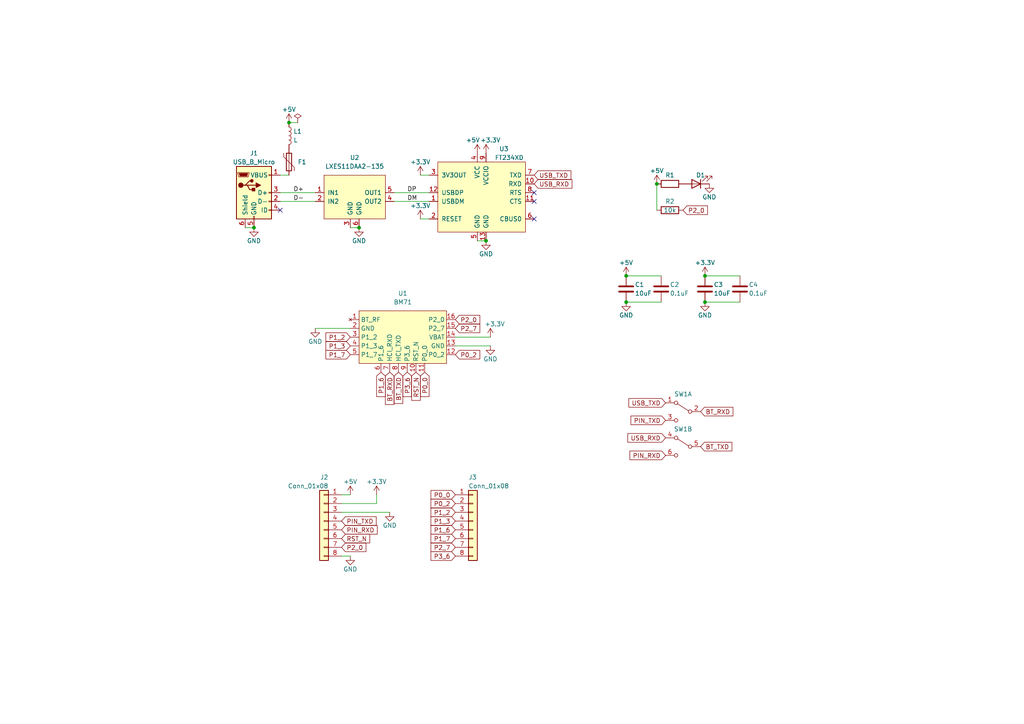
<source format=kicad_sch>
(kicad_sch (version 20211123) (generator eeschema)
  (paper "A4")
  (title_block (title "EB-BM71") (date "2022-09-23") (rev "V1.0") (company "https://github.com/KimiakiK"))
  (lib_symbols
    (symbol "Connector:USB_B_Micro" (pin_names (offset 1.016))
      (property "Reference" "J" (at -5.08 11.43 0))
      (property "Value" "USB_B_Micro" (at -5.08 8.89 0))
      (symbol "USB_B_Micro_0_1"
        (rectangle (start -5.08 -7.62) (end 5.08 7.62) (stroke (width 0.254)) (fill (type background)))
        (circle (center -3.81 2.159) (radius 0.635) (stroke (width 0.254)) (fill (type outline)))
        (circle (center -0.635 3.429) (radius 0.381) (stroke (width 0.254)) (fill (type outline)))
        (rectangle (start -0.127 -7.62) (end 0.127 -6.858))
        (polyline (pts (xy -1.905 2.159) (xy 0.635 2.159)) (stroke (width 0.254)))
        (polyline (pts (xy -3.175 2.159) (xy -2.54 2.159) (xy -1.27 3.429) (xy -0.635 3.429)) (stroke (width 0.254)))
        (polyline (pts (xy -2.54 2.159) (xy -1.905 2.159) (xy -1.27 0.889) (xy 0 0.889)) (stroke (width 0.254)))
        (polyline (pts (xy 0.635 2.794) (xy 0.635 1.524) (xy 1.905 2.159) (xy 0.635 2.794)) (stroke (width 0.254)) (fill (type outline)))
        (polyline (pts (xy -4.318 5.588) (xy -1.778 5.588) (xy -2.032 4.826) (xy -4.064 4.826) (xy -4.318 5.588)) (fill (type outline)))
        (polyline (pts (xy -4.699 5.842) (xy -4.699 5.588) (xy -4.445 4.826) (xy -4.445 4.572) (xy -1.651 4.572) (xy -1.651 4.826) (xy -1.397 5.588) (xy -1.397 5.842) (xy -4.699 5.842)))
        (rectangle (start 0.254 1.27) (end -0.508 0.508) (stroke (width 0.254)) (fill (type outline)))
        (rectangle (start 5.08 -5.207) (end 4.318 -4.953))
        (rectangle (start 5.08 -2.667) (end 4.318 -2.413))
        (rectangle (start 5.08 -0.127) (end 4.318 0.127))
        (rectangle (start 5.08 4.953) (end 4.318 5.207))
      )
      (symbol "USB_B_Micro_1_1"
        (pin power_out line (at 7.62 5.08 180) (length 2.54) (name "VBUS") (number "1"))
        (pin bidirectional line (at 7.62 -2.54 180) (length 2.54) (name "D-") (number "2"))
        (pin bidirectional line (at 7.62 0 180) (length 2.54) (name "D+") (number "3"))
        (pin passive line (at 7.62 -5.08 180) (length 2.54) (name "ID") (number "4"))
        (pin power_out line (at 0 -10.16 90) (length 2.54) (name "GND") (number "5"))
        (pin passive line (at -2.54 -10.16 90) (length 2.54) (name "Shield") (number "6"))
      )
    )
    (symbol "Connector_Generic:Conn_01x08" (pin_names (offset 1.016) hide)
      (property "Reference" "J" (at 0 10.16 0))
      (property "Value" "Conn_01x08" (at 0 -12.7 0))
      (symbol "Conn_01x08_1_1"
        (rectangle (start -1.27 -10.033) (end 0 -10.287) (stroke (width 0.1524)))
        (rectangle (start -1.27 -7.493) (end 0 -7.747) (stroke (width 0.1524)))
        (rectangle (start -1.27 -4.953) (end 0 -5.207) (stroke (width 0.1524)))
        (rectangle (start -1.27 -2.413) (end 0 -2.667) (stroke (width 0.1524)))
        (rectangle (start -1.27 0.127) (end 0 -0.127) (stroke (width 0.1524)))
        (rectangle (start -1.27 2.667) (end 0 2.413) (stroke (width 0.1524)))
        (rectangle (start -1.27 5.207) (end 0 4.953) (stroke (width 0.1524)))
        (rectangle (start -1.27 7.747) (end 0 7.493) (stroke (width 0.1524)))
        (rectangle (start -1.27 8.89) (end 1.27 -11.43) (stroke (width 0.254)) (fill (type background)))
        (pin passive line (at -5.08 7.62 0) (length 3.81) (name "Pin_1") (number "1"))
        (pin passive line (at -5.08 5.08 0) (length 3.81) (name "Pin_2") (number "2"))
        (pin passive line (at -5.08 2.54 0) (length 3.81) (name "Pin_3") (number "3"))
        (pin passive line (at -5.08 0 0) (length 3.81) (name "Pin_4") (number "4"))
        (pin passive line (at -5.08 -2.54 0) (length 3.81) (name "Pin_5") (number "5"))
        (pin passive line (at -5.08 -5.08 0) (length 3.81) (name "Pin_6") (number "6"))
        (pin passive line (at -5.08 -7.62 0) (length 3.81) (name "Pin_7") (number "7"))
        (pin passive line (at -5.08 -10.16 0) (length 3.81) (name "Pin_8") (number "8"))
      )
    )
    (symbol "Device:C" (pin_numbers hide) (pin_names (offset 0.254))
      (property "Reference" "C" (at 0.635 2.54 0))
      (property "Value" "C" (at 0.635 -2.54 0))
      (symbol "C_0_1"
        (polyline (pts (xy -2.032 -0.762) (xy 2.032 -0.762)) (stroke (width 0.508)))
        (polyline (pts (xy -2.032 0.762) (xy 2.032 0.762)) (stroke (width 0.508)))
      )
      (symbol "C_1_1"
        (pin passive line (at 0 3.81 270) (length 2.794) (name "~") (number "1"))
        (pin passive line (at 0 -3.81 90) (length 2.794) (name "~") (number "2"))
      )
    )
    (symbol "Device:L" (pin_numbers hide) (pin_names (offset 1.016) hide)
      (property "Reference" "L" (at -1.27 0 90))
      (property "Value" "L" (at 1.905 0 90))
      (symbol "L_0_1"
        (arc (start 0 -2.54) (mid 0.635 -1.905) (end 0 -1.27))
        (arc (start 0 -1.27) (mid 0.635 -0.635) (end 0 0))
        (arc (start 0 0) (mid 0.635 0.635) (end 0 1.27))
        (arc (start 0 1.27) (mid 0.635 1.905) (end 0 2.54))
      )
      (symbol "L_1_1"
        (pin passive line (at 0 3.81 270) (length 1.27) (name "1") (number "1"))
        (pin passive line (at 0 -3.81 90) (length 1.27) (name "2") (number "2"))
      )
    )
    (symbol "Device:LED" (pin_numbers hide) (pin_names (offset 1.016) hide)
      (property "Reference" "D" (at 0 2.54 0))
      (property "Value" "LED" (at 0 -2.54 0))
      (symbol "LED_0_1"
        (polyline (pts (xy -1.27 -1.27) (xy -1.27 1.27)) (stroke (width 0.254)))
        (polyline (pts (xy -1.27 0) (xy 1.27 0)))
        (polyline (pts (xy 1.27 -1.27) (xy 1.27 1.27) (xy -1.27 0) (xy 1.27 -1.27)) (stroke (width 0.254)))
        (polyline (pts (xy -3.048 -0.762) (xy -4.572 -2.286) (xy -3.81 -2.286) (xy -4.572 -2.286) (xy -4.572 -1.524)))
        (polyline (pts (xy -1.778 -0.762) (xy -3.302 -2.286) (xy -2.54 -2.286) (xy -3.302 -2.286) (xy -3.302 -1.524)))
      )
      (symbol "LED_1_1"
        (pin passive line (at -3.81 0 0) (length 2.54) (name "K") (number "1"))
        (pin passive line (at 3.81 0 180) (length 2.54) (name "A") (number "2"))
      )
    )
    (symbol "Device:Polyfuse" (pin_numbers hide) (pin_names (offset 0))
      (property "Reference" "F" (at -2.54 0 90))
      (property "Value" "Polyfuse" (at 2.54 0 90))
      (symbol "Polyfuse_0_1"
        (rectangle (start -0.762 2.54) (end 0.762 -2.54) (stroke (width 0.254)))
        (polyline (pts (xy 0 2.54) (xy 0 -2.54)))
        (polyline (pts (xy -1.524 2.54) (xy -1.524 1.524) (xy 1.524 -1.524) (xy 1.524 -2.54)))
      )
      (symbol "Polyfuse_1_1"
        (pin passive line (at 0 3.81 270) (length 1.27) (name "~") (number "1"))
        (pin passive line (at 0 -3.81 90) (length 1.27) (name "~") (number "2"))
      )
    )
    (symbol "Device:R" (pin_numbers hide) (pin_names (offset 0))
      (property "Reference" "R" (at 2.032 0 90))
      (property "Value" "R" (at 0 0 90))
      (symbol "R_0_1"
        (rectangle (start -1.016 -2.54) (end 1.016 2.54) (stroke (width 0.254)))
      )
      (symbol "R_1_1"
        (pin passive line (at 0 3.81 270) (length 1.27) (name "~") (number "1"))
        (pin passive line (at 0 -3.81 90) (length 1.27) (name "~") (number "2"))
      )
    )
    (symbol "EB-BM71:BM71"
      (property "Reference" "U" (at 0 10.16 0))
      (property "Value" "BM71" (at 0 3.81 0))
      (symbol "BM71_0_0"
        (pin no_connect line (at -15.24 5.08 0) (length 2.54) (name "BT_RF") (number "1"))
        (pin passive line (at 3.81 -10.16 90) (length 2.54) (name "RST_N") (number "10"))
        (pin passive line (at 6.35 -10.16 90) (length 2.54) (name "P0_0") (number "11"))
        (pin passive line (at 15.24 -5.08 180) (length 2.54) (name "P0_2") (number "12"))
        (pin power_in line (at 15.24 -2.54 180) (length 2.54) (name "GND") (number "13"))
        (pin power_in line (at 15.24 0 180) (length 2.54) (name "VBAT") (number "14"))
        (pin passive line (at 15.24 2.54 180) (length 2.54) (name "P2_7") (number "15"))
        (pin passive line (at 15.24 5.08 180) (length 2.54) (name "P2_0") (number "16"))
        (pin power_in line (at -15.24 2.54 0) (length 2.54) (name "GND") (number "2"))
        (pin passive line (at -15.24 0 0) (length 2.54) (name "P1_2") (number "3"))
        (pin passive line (at -15.24 -2.54 0) (length 2.54) (name "P1_3") (number "4"))
        (pin passive line (at -15.24 -5.08 0) (length 2.54) (name "P1_7") (number "5"))
        (pin passive line (at -6.35 -10.16 90) (length 2.54) (name "P1_6") (number "6"))
        (pin passive line (at -3.81 -10.16 90) (length 2.54) (name "HCI_RXD") (number "7"))
        (pin passive line (at -1.27 -10.16 90) (length 2.54) (name "HCI_TXD") (number "8"))
        (pin passive line (at 1.27 -10.16 90) (length 2.54) (name "P3_6") (number "9"))
      )
      (symbol "BM71_0_1"
        (rectangle (start -12.7 7.62) (end 12.7 -7.62) (fill (type background)))
      )
    )
    (symbol "EB-BM71:FT234XD" (pin_names (offset 1.016))
      (property "Reference" "U" (at 0 0 0))
      (property "Value" "FT234XD" (at 0 -2.54 0))
      (symbol "FT234XD_0_0"
        (pin passive line (at -15.24 -1.27 0) (length 2.54) (name "USBDM") (number "1"))
        (pin passive line (at 15.24 3.81 180) (length 2.54) (name "RXD") (number "10"))
        (pin passive line (at 15.24 -1.27 180) (length 2.54) (name "CTS") (number "11"))
        (pin passive line (at -15.24 1.27 0) (length 2.54) (name "USBDP") (number "12"))
        (pin power_in line (at 1.27 -12.7 90) (length 2.54) (name "GND") (number "13"))
        (pin passive line (at -15.24 -6.35 0) (length 2.54) (name "RESET") (number "2"))
        (pin power_out line (at -15.24 6.35 0) (length 2.54) (name "3V3OUT") (number "3"))
        (pin power_in line (at -1.27 12.7 270) (length 2.54) (name "VCC") (number "4"))
        (pin power_in line (at -1.27 -12.7 90) (length 2.54) (name "GND") (number "5"))
        (pin passive line (at 15.24 -6.35 180) (length 2.54) (name "CBUS0") (number "6"))
        (pin passive line (at 15.24 6.35 180) (length 2.54) (name "TXD") (number "7"))
        (pin passive line (at 15.24 1.27 180) (length 2.54) (name "RTS") (number "8"))
        (pin power_in line (at 1.27 12.7 270) (length 2.54) (name "VCCIO") (number "9"))
      )
      (symbol "FT234XD_0_1"
        (rectangle (start -12.7 10.16) (end 12.7 -10.16) (fill (type background)))
      )
    )
    (symbol "EB-BM71:LXES11DAA2-135" (pin_names (offset 1.016))
      (property "Reference" "U" (at 0 0 0))
      (property "Value" "LXES11DAA2-135" (at 0 7.62 0))
      (symbol "LXES11DAA2-135_0_0"
        (pin passive line (at -11.43 1.27 0) (length 2.54) (name "IN1") (number "1"))
        (pin passive line (at -11.43 -1.27 0) (length 2.54) (name "IN2") (number "2"))
        (pin power_in line (at -1.27 -8.89 90) (length 2.54) (name "GND") (number "3"))
        (pin passive line (at 11.43 -1.27 180) (length 2.54) (name "OUT2") (number "4"))
        (pin passive line (at 11.43 1.27 180) (length 2.54) (name "OUT1") (number "5"))
        (pin power_in line (at 1.27 -8.89 90) (length 2.54) (name "GND") (number "6"))
      )
      (symbol "LXES11DAA2-135_0_1"
        (rectangle (start -8.89 6.35) (end 8.89 -6.35) (fill (type background)))
      )
    )
    (symbol "Switch:SW_DPDT_x2" (pin_names (offset 0) hide)
      (property "Reference" "SW" (at 0 4.318 0))
      (property "Value" "SW_DPDT_x2" (at 0 -5.08 0))
      (symbol "SW_DPDT_x2_0_0"
        (circle (center -2.032 0) (radius 0.508))
        (circle (center 2.032 -2.54) (radius 0.508))
      )
      (symbol "SW_DPDT_x2_0_1"
        (polyline (pts (xy -1.524 0.254) (xy 1.651 2.286)))
        (circle (center 2.032 2.54) (radius 0.508))
      )
      (symbol "SW_DPDT_x2_1_1"
        (pin passive line (at 5.08 2.54 180) (length 2.54) (name "A") (number "1"))
        (pin passive line (at -5.08 0 0) (length 2.54) (name "B") (number "2"))
        (pin passive line (at 5.08 -2.54 180) (length 2.54) (name "C") (number "3"))
      )
      (symbol "SW_DPDT_x2_2_1"
        (pin passive line (at 5.08 2.54 180) (length 2.54) (name "A") (number "4"))
        (pin passive line (at -5.08 0 0) (length 2.54) (name "B") (number "5"))
        (pin passive line (at 5.08 -2.54 180) (length 2.54) (name "C") (number "6"))
      )
    )
    (symbol "power:+3.3V" (power) (pin_names (offset 0))
      (property "Value" "+3.3V" (at 0 3.556 0))
      (symbol "+3.3V_0_1"
        (polyline (pts (xy -0.762 1.27) (xy 0 2.54)))
        (polyline (pts (xy 0 0) (xy 0 2.54)))
        (polyline (pts (xy 0 2.54) (xy 0.762 1.27)))
      )
      (symbol "+3.3V_1_1"
        (pin power_in line (at 0 0 90) (length 0) hide (name "+3.3V") (number "1"))
      )
    )
    (symbol "power:+5V" (power) (pin_names (offset 0))
      (property "Value" "+5V" (at 0 3.556 0))
      (symbol "+5V_0_1"
        (polyline (pts (xy -0.762 1.27) (xy 0 2.54)))
        (polyline (pts (xy 0 0) (xy 0 2.54)))
        (polyline (pts (xy 0 2.54) (xy 0.762 1.27)))
      )
      (symbol "+5V_1_1"
        (pin power_in line (at 0 0 90) (length 0) hide (name "+5V") (number "1"))
      )
    )
    (symbol "power:GND" (power) (pin_names (offset 0))
      (property "Value" "GND" (at 0 -3.81 0))
      (symbol "GND_0_1"
        (polyline (pts (xy 0 0) (xy 0 -1.27) (xy 1.27 -1.27) (xy 0 -2.54) (xy -1.27 -1.27) (xy 0 -1.27)))
      )
      (symbol "GND_1_1"
        (pin power_in line (at 0 0 270) (length 0) hide (name "GND") (number "1"))
      )
    )
    (symbol "power:PWR_FLAG" (power) (pin_numbers hide) (pin_names (offset 0) hide)
      (property "Value" "PWR_FLAG" (at 0 3.81 0))
      (symbol "PWR_FLAG_0_0"
        (pin power_out line (at 0 0 90) (length 0) (name "pwr") (number "1"))
      )
      (symbol "PWR_FLAG_0_1"
        (polyline (pts (xy 0 0) (xy 0 1.27) (xy -1.016 1.905) (xy 0 2.54) (xy 1.016 1.905) (xy 0 1.27)))
      )
    )
  )
  (junction (at 190.5 53.34))
  (junction (at 181.61 80.01))
  (junction (at 140.97 69.85))
  (junction (at 73.66 66.04))
  (junction (at 204.47 87.63))
  (junction (at 104.14 66.04))
  (junction (at 181.61 87.63))
  (junction (at 83.82 35.56))
  (junction (at 204.47 80.01))
  (no_connect (at 154.94 63.5))
  (no_connect (at 154.94 55.88))
  (no_connect (at 154.94 58.42))
  (no_connect (at 81.28 60.96))
  (wire (pts (xy 121.92 50.8) (xy 124.46 50.8)))
  (wire (pts (xy 181.61 80.01) (xy 191.77 80.01)))
  (wire (pts (xy 99.06 148.59) (xy 113.03 148.59)))
  (wire (pts (xy 81.28 58.42) (xy 91.44 58.42)))
  (wire (pts (xy 71.12 66.04) (xy 73.66 66.04)))
  (wire (pts (xy 99.06 161.29) (xy 101.6 161.29)))
  (wire (pts (xy 83.82 35.56) (xy 86.36 35.56)))
  (wire (pts (xy 101.6 66.04) (xy 104.14 66.04)))
  (wire (pts (xy 109.22 146.05) (xy 109.22 143.51)))
  (wire (pts (xy 81.28 50.8) (xy 83.82 50.8)))
  (wire (pts (xy 114.3 58.42) (xy 124.46 58.42)))
  (wire (pts (xy 132.08 97.79) (xy 142.24 97.79)))
  (wire (pts (xy 204.47 87.63) (xy 214.63 87.63)))
  (wire (pts (xy 99.06 143.51) (xy 101.6 143.51)))
  (wire (pts (xy 190.5 53.34) (xy 190.5 60.96)))
  (wire (pts (xy 114.3 55.88) (xy 124.46 55.88)))
  (wire (pts (xy 121.92 63.5) (xy 124.46 63.5)))
  (wire (pts (xy 132.08 100.33) (xy 142.24 100.33)))
  (wire (pts (xy 181.61 87.63) (xy 191.77 87.63)))
  (wire (pts (xy 81.28 55.88) (xy 91.44 55.88)))
  (wire (pts (xy 99.06 146.05) (xy 109.22 146.05)))
  (wire (pts (xy 138.43 69.85) (xy 140.97 69.85)))
  (wire (pts (xy 204.47 80.01) (xy 214.63 80.01)))
  (wire (pts (xy 91.44 95.25) (xy 101.6 95.25)))
  (label "DM" (at 118.11 58.42 0))
  (label "D-" (at 85.09 58.42 0))
  (label "D+" (at 85.09 55.88 0))
  (label "DP" (at 118.11 55.88 0))
  (global_label "P2_0" (shape input) (at 198.12 60.96 0) (property "シート間のリファレンス" "${INTERSHEET_REFS}" (effects hide)))
  (global_label "USB_TXD" (shape input) (at 193.04 116.84 180) (property "シート間のリファレンス" "${INTERSHEET_REFS}" (effects hide)))
  (global_label "RST_N" (shape input) (at 120.65 107.95 270) (property "シート間のリファレンス" "${INTERSHEET_REFS}" (effects hide)))
  (global_label "P1_2" (shape input) (at 132.08 148.59 180) (property "シート間のリファレンス" "${INTERSHEET_REFS}" (effects hide)))
  (global_label "P2_0" (shape input) (at 132.08 92.71 0) (property "シート間のリファレンス" "${INTERSHEET_REFS}" (effects hide)))
  (global_label "P0_0" (shape input) (at 123.19 107.95 270) (property "シート間のリファレンス" "${INTERSHEET_REFS}" (effects hide)))
  (global_label "PIN_TXD" (shape input) (at 193.04 121.92 180) (property "シート間のリファレンス" "${INTERSHEET_REFS}" (effects hide)))
  (global_label "BT_RXD" (shape input) (at 113.03 107.95 270) (property "シート間のリファレンス" "${INTERSHEET_REFS}" (effects hide)))
  (global_label "RST_N" (shape input) (at 99.06 156.21 0) (property "シート間のリファレンス" "${INTERSHEET_REFS}" (effects hide)))
  (global_label "P1_3" (shape input) (at 101.6 100.33 180) (property "シート間のリファレンス" "${INTERSHEET_REFS}" (effects hide)))
  (global_label "PIN_RXD" (shape input) (at 99.06 153.67 0) (property "シート間のリファレンス" "${INTERSHEET_REFS}" (effects hide)))
  (global_label "P1_6" (shape input) (at 132.08 153.67 180) (property "シート間のリファレンス" "${INTERSHEET_REFS}" (effects hide)))
  (global_label "BT_TXD" (shape input) (at 203.2 129.54 0) (property "シート間のリファレンス" "${INTERSHEET_REFS}" (effects hide)))
  (global_label "P2_0" (shape input) (at 99.06 158.75 0) (property "シート間のリファレンス" "${INTERSHEET_REFS}" (effects hide)))
  (global_label "USB_RXD" (shape input) (at 193.04 127 180) (property "シート間のリファレンス" "${INTERSHEET_REFS}" (effects hide)))
  (global_label "P2_7" (shape input) (at 132.08 158.75 180) (property "シート間のリファレンス" "${INTERSHEET_REFS}" (effects hide)))
  (global_label "P1_7" (shape input) (at 101.6 102.87 180) (property "シート間のリファレンス" "${INTERSHEET_REFS}" (effects hide)))
  (global_label "P0_2" (shape input) (at 132.08 102.87 0) (property "シート間のリファレンス" "${INTERSHEET_REFS}" (effects hide)))
  (global_label "P0_2" (shape input) (at 132.08 146.05 180) (property "シート間のリファレンス" "${INTERSHEET_REFS}" (effects hide)))
  (global_label "P1_3" (shape input) (at 132.08 151.13 180) (property "シート間のリファレンス" "${INTERSHEET_REFS}" (effects hide)))
  (global_label "BT_TXD" (shape input) (at 115.57 107.95 270) (property "シート間のリファレンス" "${INTERSHEET_REFS}" (effects hide)))
  (global_label "P2_7" (shape input) (at 132.08 95.25 0) (property "シート間のリファレンス" "${INTERSHEET_REFS}" (effects hide)))
  (global_label "BT_RXD" (shape input) (at 203.2 119.38 0) (property "シート間のリファレンス" "${INTERSHEET_REFS}" (effects hide)))
  (global_label "P1_7" (shape input) (at 132.08 156.21 180) (property "シート間のリファレンス" "${INTERSHEET_REFS}" (effects hide)))
  (global_label "P0_0" (shape input) (at 132.08 143.51 180) (property "シート間のリファレンス" "${INTERSHEET_REFS}" (effects hide)))
  (global_label "PIN_TXD" (shape input) (at 99.06 151.13 0) (property "シート間のリファレンス" "${INTERSHEET_REFS}" (effects hide)))
  (global_label "P1_2" (shape input) (at 101.6 97.79 180) (property "シート間のリファレンス" "${INTERSHEET_REFS}" (effects hide)))
  (global_label "P1_6" (shape input) (at 110.49 107.95 270) (property "シート間のリファレンス" "${INTERSHEET_REFS}" (effects hide)))
  (global_label "P3_6" (shape input) (at 132.08 161.29 180) (property "シート間のリファレンス" "${INTERSHEET_REFS}" (effects hide)))
  (global_label "USB_RXD" (shape input) (at 154.94 53.34 0) (property "シート間のリファレンス" "${INTERSHEET_REFS}" (effects hide)))
  (global_label "USB_TXD" (shape input) (at 154.94 50.8 0) (property "シート間のリファレンス" "${INTERSHEET_REFS}" (effects hide)))
  (global_label "P3_6" (shape input) (at 118.11 107.95 270) (property "シート間のリファレンス" "${INTERSHEET_REFS}" (effects hide)))
  (global_label "PIN_RXD" (shape input) (at 193.04 132.08 180) (property "シート間のリファレンス" "${INTERSHEET_REFS}" (effects hide)))
  (symbol (lib_id "power:GND") (at 205.74 53.34 0) (unit 1)
    (property "Reference" "#PWR020" (effects hide))
    (property "Value" "GND" (at 205.74 57.15 0))
  )
  (symbol (lib_id "power:+3.3V") (at 204.47 80.01 0) (unit 1)
    (property "Reference" "#PWR018" (effects hide))
    (property "Value" "+3.3V" (at 204.47 76.2 0))
  )
  (symbol (lib_id "power:GND") (at 113.03 148.59 0) (unit 1)
    (property "Reference" "#PWR09" (effects hide))
    (property "Value" "GND" (at 113.03 152.4 0))
  )
  (symbol (lib_id "power:+5V") (at 101.6 143.51 0) (unit 1)
    (property "Reference" "#PWR06" (effects hide))
    (property "Value" "+5V" (at 101.6 139.7 0))
  )
  (symbol (lib_id "power:GND") (at 104.14 66.04 0) (unit 1)
    (property "Reference" "#PWR07" (effects hide))
    (property "Value" "GND" (at 104.14 69.85 0))
  )
  (symbol (lib_id "power:GND") (at 73.66 66.04 0) (unit 1)
    (property "Reference" "#PWR04" (effects hide))
    (property "Value" "GND" (at 73.66 69.85 0))
  )
  (symbol (lib_id "Connector_Generic:Conn_01x08") (at 137.16 151.13 0) (unit 1)
    (property "Reference" "J3" (at 135.89 138.43 0) (effects (justify left)))
    (property "Value" "Conn_01x08" (at 135.89 140.97 0) (effects (justify left)))
    (property "Footprint" "EB-BM71:PinHeader_1x08_P2.54mm_Vertical" (effects hide))
  )
  (symbol (lib_id "EB-BM71:FT234XD") (at 139.7 57.15 0) (unit 1)
    (property "Reference" "U3" (at 144.78 43.18 0) (effects (justify left)))
    (property "Value" "FT234XD" (at 143.51 45.72 0) (effects (justify left)))
    (property "Footprint" "EB-BM71:DFN-12-1EP_3x3mm_P0.45mm_EP1.66x2.38mm" (effects hide))
  )
  (symbol (lib_id "Switch:SW_DPDT_x2") (at 198.12 129.54 0) (mirror y) (unit 2)
    (property "Reference" "SW1" (at 198.12 124.46 0))
    (property "Value" "SW_DPDT_x2" (effects hide))
    (property "Footprint" "EB-BM71:IS-2235-G" (effects hide))
  )
  (symbol (lib_id "EB-BM71:BM71") (at 116.84 97.79 0) (unit 1)
    (property "Reference" "U1" (at 116.84 85.09 0))
    (property "Value" "BM71" (at 116.84 87.63 0))
    (property "Footprint" "EB-BM71:BM71" (effects hide))
  )
  (symbol (lib_id "power:+5V") (at 138.43 44.45 0) (unit 1)
    (property "Reference" "#PWR012" (effects hide))
    (property "Value" "+5V" (at 137.16 40.64 0))
  )
  (symbol (lib_id "power:+3.3V") (at 109.22 143.51 0) (unit 1)
    (property "Reference" "#PWR08" (effects hide))
    (property "Value" "+3.3V" (at 109.22 139.7 0))
  )
  (symbol (lib_id "power:GND") (at 181.61 87.63 0) (unit 1)
    (property "Reference" "#PWR016" (effects hide))
    (property "Value" "GND" (at 181.61 91.44 0))
  )
  (symbol (lib_id "power:+3.3V") (at 121.92 63.5 0) (unit 1)
    (property "Reference" "#PWR011" (effects hide))
    (property "Value" "+3.3V" (at 121.92 59.69 0))
  )
  (symbol (lib_id "power:+5V") (at 83.82 35.56 0) (unit 1)
    (property "Reference" "#PWR05" (effects hide))
    (property "Value" "+5V" (at 83.82 31.75 0))
  )
  (symbol (lib_id "power:+5V") (at 190.5 53.34 0) (unit 1)
    (property "Reference" "#PWR017" (effects hide))
    (property "Value" "+5V" (at 190.5 49.53 0))
  )
  (symbol (lib_id "power:+5V") (at 181.61 80.01 0) (unit 1)
    (property "Reference" "#PWR015" (effects hide))
    (property "Value" "+5V" (at 181.61 76.2 0))
  )
  (symbol (lib_id "power:GND") (at 204.47 87.63 0) (unit 1)
    (property "Reference" "#PWR019" (effects hide))
    (property "Value" "GND" (at 204.47 91.44 0))
  )
  (symbol (lib_id "power:PWR_FLAG") (at 86.36 35.56 0) (unit 1)
    (property "Reference" "#FLG01" (effects hide))
    (property "Value" "PWR_FLAG" (effects hide))
  )
  (symbol (lib_id "power:GND") (at 140.97 69.85 0) (unit 1)
    (property "Reference" "#PWR014" (effects hide))
    (property "Value" "GND" (at 140.97 73.66 0))
  )
  (symbol (lib_id "Device:C") (at 204.47 83.82 0) (unit 1)
    (property "Reference" "C3" (at 207.01 82.55 0) (effects (justify left)))
    (property "Value" "10uF" (at 207.01 85.09 0) (effects (justify left)))
    (property "Footprint" "EB-BM71:1608Metric" (effects hide))
  )
  (symbol (lib_id "Device:L") (at 83.82 39.37 0) (unit 1)
    (property "Reference" "L1" (at 85.09 38.0999 0) (effects (justify left)))
    (property "Value" "L" (at 85.09 40.6399 0) (effects (justify left)))
    (property "Footprint" "EB-BM71:1608Metric" (effects hide))
  )
  (symbol (lib_id "Device:Polyfuse") (at 83.82 46.99 0) (unit 1)
    (property "Reference" "F1" (at 86.36 46.99 0) (effects (justify left)))
    (property "Value" "Polyfuse" (effects hide))
    (property "Footprint" "EB-BM71:1608Metric" (effects hide))
  )
  (symbol (lib_id "power:GND") (at 142.24 100.33 0) (unit 1)
    (property "Reference" "#PWR03" (effects hide))
    (property "Value" "GND" (at 142.24 104.14 0))
  )
  (symbol (lib_id "power:GND") (at 91.44 95.25 0) (unit 1)
    (property "Reference" "#PWR01" (effects hide))
    (property "Value" "GND" (at 91.44 99.06 0))
  )
  (symbol (lib_id "power:+3.3V") (at 142.24 97.79 0) (unit 1)
    (property "Reference" "#PWR02" (effects hide))
    (property "Value" "+3.3V" (at 143.51 93.98 0))
  )
  (symbol (lib_id "Device:C") (at 181.61 83.82 0) (unit 1)
    (property "Reference" "C1" (at 184.15 82.55 0) (effects (justify left)))
    (property "Value" "10uF" (at 184.15 85.09 0) (effects (justify left)))
    (property "Footprint" "EB-BM71:1608Metric" (effects hide))
  )
  (symbol (lib_id "power:+3.3V") (at 121.92 50.8 0) (unit 1)
    (property "Reference" "#PWR010" (effects hide))
    (property "Value" "+3.3V" (at 121.92 46.99 0))
  )
  (symbol (lib_id "power:GND") (at 101.6 161.29 0) (unit 1)
    (property "Reference" "#PWR021" (effects hide))
    (property "Value" "GND" (at 101.6 165.1 0))
  )
  (symbol (lib_id "power:+3.3V") (at 140.97 44.45 0) (unit 1)
    (property "Reference" "#PWR013" (effects hide))
    (property "Value" "+3.3V" (at 142.24 40.64 0))
  )
  (symbol (lib_id "Device:C") (at 214.63 83.82 0) (unit 1)
    (property "Reference" "C4" (at 217.17 82.55 0) (effects (justify left)))
    (property "Value" "0.1uF" (at 217.17 85.09 0) (effects (justify left)))
    (property "Footprint" "EB-BM71:1608Metric" (effects hide))
  )
  (symbol (lib_id "Connector_Generic:Conn_01x08") (at 93.98 151.13 0) (mirror y) (unit 1)
    (property "Reference" "J2" (at 95.25 138.43 0) (effects (justify left)))
    (property "Value" "Conn_01x08" (at 95.25 140.97 0) (effects (justify left)))
    (property "Footprint" "EB-BM71:PinHeader_1x08_P2.54mm_Vertical" (effects hide))
  )
  (symbol (lib_id "Switch:SW_DPDT_x2") (at 198.12 119.38 0) (mirror y) (unit 1)
    (property "Reference" "SW1" (at 198.12 114.3 0))
    (property "Value" "SW_DPDT_x2" (effects hide))
    (property "Footprint" "EB-BM71:IS-2235-G" (effects hide))
  )
  (symbol (lib_id "EB-BM71:LXES11DAA2-135") (at 102.87 57.15 0) (unit 1)
    (property "Reference" "U2" (at 102.87 45.72 0))
    (property "Value" "LXES11DAA2-135" (at 102.87 48.26 0))
    (property "Footprint" "EB-BM71:LXES11D" (effects hide))
  )
  (symbol (lib_id "Device:R") (at 194.31 53.34 90) (unit 1)
    (property "Reference" "R1" (at 194.31 50.8 90))
    (property "Value" "R" (effects hide))
    (property "Footprint" "EB-BM71:1608Metric" (effects hide))
  )
  (symbol (lib_id "Device:LED") (at 201.93 53.34 180) (unit 1)
    (property "Reference" "D1" (at 203.2 50.8 0))
    (property "Value" "LED" (effects hide))
    (property "Footprint" "EB-BM71:1608Metric" (effects hide))
  )
  (symbol (lib_id "Device:R") (at 194.31 60.96 90) (unit 1)
    (property "Reference" "R2" (at 194.31 58.42 90))
    (property "Value" "10k" (at 194.31 60.96 90))
    (property "Footprint" "EB-BM71:1608Metric" (effects hide))
  )
  (symbol (lib_id "Device:C") (at 191.77 83.82 0) (unit 1)
    (property "Reference" "C2" (at 194.31 82.55 0) (effects (justify left)))
    (property "Value" "0.1uF" (at 194.31 85.09 0) (effects (justify left)))
    (property "Footprint" "EB-BM71:1608Metric" (effects hide))
  )
  (symbol (lib_id "Connector:USB_B_Micro") (at 73.66 55.88 0) (unit 1)
    (property "Reference" "J1" (at 73.66 44.45 0))
    (property "Value" "USB_B_Micro" (at 73.66 46.99 0))
    (property "Footprint" "EB-BM71:UX60SC-MB-5ST" (effects hide))
  )
)
</source>
